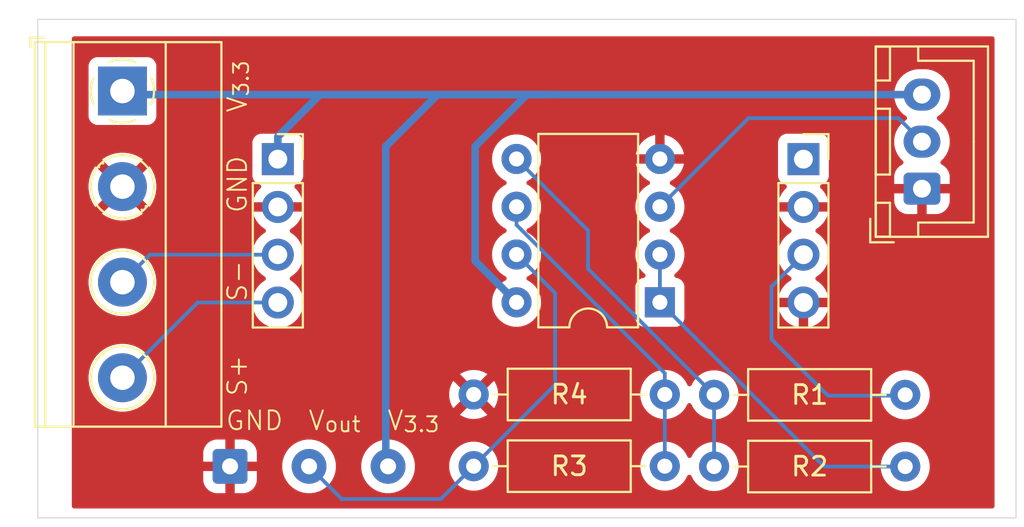
<source format=kicad_pcb>
(kicad_pcb (version 20241229) (generator "pcbnew") (generator_version "9.0")
  (layers (0 "F.Cu" signal) (2 "B.Cu" signal) (13 "F.Paste" user) (15 "B.Paste" user) (5 "F.SilkS" user "F.Silkscreen") (7 "B.SilkS" user "B.Silkscreen") (1 "F.Mask" user) (3 "B.Mask" user) (25 "Edge.Cuts" user))
  (net 0 "")
  (net 1 "/AD620 module/S_{+}")
  (net 2 "/AD620 module/S_{-}")
  (net 3 "V_{3.3}")
  (net 4 "GND")
  (net 5 "V_{out}")
  (net 6 "Net-(J3-Pin_2)")
  (net 7 "/AD620 module/V_{-}")
  (net 8 "/AD620 module/V_{out}")
  (net 9 "Net-(U1B-+)")
  (net 10 "Net-(U1A--)")
  (net 11 "Net-(U1B--)")
  (footprint "Resistor_THT:R_Axial_DIN0207_L6.3mm_D2.5mm_P10.16mm_Horizontal" (layer "F.Cu") (at 145.11 107.96 180)
    (property "Reference" "R1" (at 5.08 0 0) (layer "F.SilkS"))
    (property "Value" "51k")
    (fp_line (start 9.12 0) (end 8.35 0) (stroke (width 0.12)) (layer "F.SilkS"))
    (fp_line (start 8.35 1.37) (end 8.35 -1.37) (stroke (width 0.12)) (layer "F.SilkS"))
    (fp_line (start 8.35 -1.37) (end 1.81 -1.37) (stroke (width 0.12)) (layer "F.SilkS"))
    (fp_line (start 1.81 1.37) (end 8.35 1.37) (stroke (width 0.12)) (layer "F.SilkS"))
    (fp_line (start 1.81 -1.37) (end 1.81 1.37) (stroke (width 0.12)) (layer "F.SilkS"))
    (fp_line (start 1.04 0) (end 1.81 0) (stroke (width 0.12)) (layer "F.SilkS"))
    (pad "1" thru_hole circle (at 0 0 180) (size 1.6 1.6) (drill 0.8) (layers "*.Cu" "*.Mask") (net 8 "/AD620 module/V_{out}"))
    (pad "2" thru_hole oval (at 10.16 0 180) (size 1.6 1.6) (drill 0.8) (layers "*.Cu" "*.Mask") (net 9 "Net-(U1B-+)"))
  )
  (footprint "Connector_PinSocket_2.54mm:PinSocket_1x04_P2.54mm_Vertical" (layer "F.Cu") (at 111.76 95.43)
    (property "Reference" "J4" (hide yes))
    (property "Value" "Conn_01x04_Pin")
    (fp_line (start -1.33 1.27) (end -1.33 8.95) (stroke (width 0.12)) (layer "F.SilkS"))
    (fp_line (start -1.33 1.27) (end 1.33 1.27) (stroke (width 0.12)) (layer "F.SilkS"))
    (fp_line (start -1.33 8.95) (end 1.33 8.95) (stroke (width 0.12)) (layer "F.SilkS"))
    (fp_line (start 0 -1.33) (end 1.33 -1.33) (stroke (width 0.12)) (layer "F.SilkS"))
    (fp_line (start 1.33 -1.33) (end 1.33 0) (stroke (width 0.12)) (layer "F.SilkS"))
    (fp_line (start 1.33 1.27) (end 1.33 8.95) (stroke (width 0.12)) (layer "F.SilkS"))
    (pad "1" thru_hole rect (at 0 0) (size 1.7 1.7) (drill 1) (layers "*.Cu" "*.Mask") (net 3 "V_{3.3}"))
    (pad "2" thru_hole oval (at 0 2.54) (size 1.7 1.7) (drill 1) (layers "*.Cu" "*.Mask") (net 4 "GND"))
    (pad "3" thru_hole oval (at 0 5.08) (size 1.7 1.7) (drill 1) (layers "*.Cu" "*.Mask") (net 2 "/AD620 module/S_{-}"))
    (pad "4" thru_hole oval (at 0 7.62) (size 1.7 1.7) (drill 1) (layers "*.Cu" "*.Mask") (net 1 "/AD620 module/S_{+}"))
  )
  (footprint "Connector_PinSocket_2.54mm:PinSocket_1x04_P2.54mm_Vertical" (layer "F.Cu") (at 139.7 95.43)
    (property "Reference" "J5" (hide yes))
    (property "Value" "Conn_01x04_Pin")
    (fp_line (start -1.33 1.27) (end -1.33 8.95) (stroke (width 0.12)) (layer "F.SilkS"))
    (fp_line (start -1.33 1.27) (end 1.33 1.27) (stroke (width 0.12)) (layer "F.SilkS"))
    (fp_line (start -1.33 8.95) (end 1.33 8.95) (stroke (width 0.12)) (layer "F.SilkS"))
    (fp_line (start 0 -1.33) (end 1.33 -1.33) (stroke (width 0.12)) (layer "F.SilkS"))
    (fp_line (start 1.33 -1.33) (end 1.33 0) (stroke (width 0.12)) (layer "F.SilkS"))
    (fp_line (start 1.33 1.27) (end 1.33 8.95) (stroke (width 0.12)) (layer "F.SilkS"))
    (pad "1" thru_hole rect (at 0 0) (size 1.7 1.7) (drill 1) (layers "*.Cu" "*.Mask") (net 7 "/AD620 module/V_{-}"))
    (pad "2" thru_hole oval (at 0 2.54) (size 1.7 1.7) (drill 1) (layers "*.Cu" "*.Mask") (net 4 "GND"))
    (pad "3" thru_hole oval (at 0 5.08) (size 1.7 1.7) (drill 1) (layers "*.Cu" "*.Mask") (net 8 "/AD620 module/V_{out}"))
    (pad "4" thru_hole oval (at 0 7.62) (size 1.7 1.7) (drill 1) (layers "*.Cu" "*.Mask") (net 4 "GND"))
  )
  (footprint "Resistor_THT:R_Axial_DIN0207_L6.3mm_D2.5mm_P10.16mm_Horizontal" (layer "F.Cu") (at 132.33 111.75 180)
    (property "Reference" "R3" (at 5.08 0 0) (layer "F.SilkS"))
    (property "Value" "51k")
    (fp_line (start 9.12 0) (end 8.35 0) (stroke (width 0.12)) (layer "F.SilkS"))
    (fp_line (start 8.35 1.37) (end 8.35 -1.37) (stroke (width 0.12)) (layer "F.SilkS"))
    (fp_line (start 8.35 -1.37) (end 1.81 -1.37) (stroke (width 0.12)) (layer "F.SilkS"))
    (fp_line (start 1.81 1.37) (end 8.35 1.37) (stroke (width 0.12)) (layer "F.SilkS"))
    (fp_line (start 1.81 -1.37) (end 1.81 1.37) (stroke (width 0.12)) (layer "F.SilkS"))
    (fp_line (start 1.04 0) (end 1.81 0) (stroke (width 0.12)) (layer "F.SilkS"))
    (pad "1" thru_hole circle (at 0 0 180) (size 1.6 1.6) (drill 0.8) (layers "*.Cu" "*.Mask") (net 11 "Net-(U1B--)"))
    (pad "2" thru_hole oval (at 10.16 0 180) (size 1.6 1.6) (drill 0.8) (layers "*.Cu" "*.Mask") (net 5 "V_{out}"))
  )
  (footprint "Connector_Wire:SolderWire-0.25sqmm_1x03_P4.2mm_D0.65mm_OD1.7mm" (layer "F.Cu") (at 109.22 111.76)
    (property "Reference" "J2" (hide yes))
    (property "Value" "Conn_01x03_Pin")
    (pad "1" thru_hole roundrect (at 0 0) (size 1.85 1.85) (drill 0.85) (layers "*.Cu" "*.Mask") (roundrect_rratio 0.135135) (net 4 "GND"))
    (pad "2" thru_hole circle (at 4.2 0) (size 1.85 1.85) (drill 0.85) (layers "*.Cu" "*.Mask") (net 5 "V_{out}"))
    (pad "3" thru_hole circle (at 8.4 0) (size 1.85 1.85) (drill 0.85) (layers "*.Cu" "*.Mask") (net 3 "V_{3.3}"))
  )
  (footprint "Resistor_THT:R_Axial_DIN0207_L6.3mm_D2.5mm_P10.16mm_Horizontal" (layer "F.Cu") (at 134.95 111.77)
    (property "Reference" "R2" (at 5.08 0 0) (layer "F.SilkS"))
    (property "Value" "51k")
    (fp_line (start 1.04 0) (end 1.81 0) (stroke (width 0.12)) (layer "F.SilkS"))
    (fp_line (start 1.81 -1.37) (end 1.81 1.37) (stroke (width 0.12)) (layer "F.SilkS"))
    (fp_line (start 1.81 1.37) (end 8.35 1.37) (stroke (width 0.12)) (layer "F.SilkS"))
    (fp_line (start 8.35 -1.37) (end 1.81 -1.37) (stroke (width 0.12)) (layer "F.SilkS"))
    (fp_line (start 8.35 1.37) (end 8.35 -1.37) (stroke (width 0.12)) (layer "F.SilkS"))
    (fp_line (start 9.12 0) (end 8.35 0) (stroke (width 0.12)) (layer "F.SilkS"))
    (pad "1" thru_hole circle (at 0 0) (size 1.6 1.6) (drill 0.8) (layers "*.Cu" "*.Mask") (net 9 "Net-(U1B-+)"))
    (pad "2" thru_hole oval (at 10.16 0) (size 1.6 1.6) (drill 0.8) (layers "*.Cu" "*.Mask") (net 10 "Net-(U1A--)"))
  )
  (footprint "Package_DIP:DIP-8_W7.62mm" (layer "F.Cu") (at 132.07 103.04 180)
    (property "Reference" "U1" (hide yes))
    (property "Value" "TLV272IP")
    (fp_line (start 6.46 8.95) (end 6.46 -1.33) (stroke (width 0.12)) (layer "F.SilkS"))
    (fp_line (start 6.46 -1.33) (end 4.81 -1.33) (stroke (width 0.12)) (layer "F.SilkS"))
    (fp_line (start 2.81 -1.33) (end 1.16 -1.33) (stroke (width 0.12)) (layer "F.SilkS"))
    (fp_line (start 1.16 8.95) (end 6.46 8.95) (stroke (width 0.12)) (layer "F.SilkS"))
    (fp_line (start 1.16 -1.33) (end 1.16 8.95) (stroke (width 0.12)) (layer "F.SilkS"))
    (fp_arc (start 4.81 -1.33) (mid 3.81 -0.33) (end 2.81 -1.33) (stroke (width 0.12)) (layer "F.SilkS"))
    (pad "1" thru_hole rect (at 0 0 180) (size 1.6 1.6) (drill 0.8) (layers "*.Cu" "*.Mask") (net 10 "Net-(U1A--)"))
    (pad "2" thru_hole oval (at 0 2.54 180) (size 1.6 1.6) (drill 0.8) (layers "*.Cu" "*.Mask") (net 10 "Net-(U1A--)"))
    (pad "3" thru_hole oval (at 0 5.08 180) (size 1.6 1.6) (drill 0.8) (layers "*.Cu" "*.Mask") (net 6 "Net-(J3-Pin_2)"))
    (pad "4" thru_hole oval (at 0 7.62 180) (size 1.6 1.6) (drill 0.8) (layers "*.Cu" "*.Mask") (net 4 "GND"))
    (pad "5" thru_hole oval (at 7.62 7.62 180) (size 1.6 1.6) (drill 0.8) (layers "*.Cu" "*.Mask") (net 9 "Net-(U1B-+)"))
    (pad "6" thru_hole oval (at 7.62 5.08 180) (size 1.6 1.6) (drill 0.8) (layers "*.Cu" "*.Mask") (net 11 "Net-(U1B--)"))
    (pad "7" thru_hole oval (at 7.62 2.54 180) (size 1.6 1.6) (drill 0.8) (layers "*.Cu" "*.Mask") (net 5 "V_{out}"))
    (pad "8" thru_hole oval (at 7.62 0 180) (size 1.6 1.6) (drill 0.8) (layers "*.Cu" "*.Mask") (net 3 "V_{3.3}"))
  )
  (footprint "Resistor_THT:R_Axial_DIN0207_L6.3mm_D2.5mm_P10.16mm_Horizontal" (layer "F.Cu") (at 122.17 107.94)
    (property "Reference" "R4" (at 5.08 0 0) (layer "F.SilkS"))
    (property "Value" "51k")
    (fp_line (start 1.04 0) (end 1.81 0) (stroke (width 0.12)) (layer "F.SilkS"))
    (fp_line (start 1.81 -1.37) (end 1.81 1.37) (stroke (width 0.12)) (layer "F.SilkS"))
    (fp_line (start 1.81 1.37) (end 8.35 1.37) (stroke (width 0.12)) (layer "F.SilkS"))
    (fp_line (start 8.35 -1.37) (end 1.81 -1.37) (stroke (width 0.12)) (layer "F.SilkS"))
    (fp_line (start 8.35 1.37) (end 8.35 -1.37) (stroke (width 0.12)) (layer "F.SilkS"))
    (fp_line (start 9.12 0) (end 8.35 0) (stroke (width 0.12)) (layer "F.SilkS"))
    (pad "1" thru_hole circle (at 0 0) (size 1.6 1.6) (drill 0.8) (layers "*.Cu" "*.Mask") (net 4 "GND"))
    (pad "2" thru_hole oval (at 10.16 0) (size 1.6 1.6) (drill 0.8) (layers "*.Cu" "*.Mask") (net 11 "Net-(U1B--)"))
  )
  (footprint "TerminalBlock_Phoenix:TerminalBlock_Phoenix_MKDS-1,5-4-5.08_1x04_P5.08mm_Horizontal" (layer "F.Cu") (at 103.5 91.81 -90)
    (property "Reference" "J1" (hide yes))
    (property "Value" "Screw_Terminal_01x04")
    (fp_line (start -2.84 4.9) (end -2.34 4.9) (stroke (width 0.12)) (layer "F.SilkS"))
    (fp_line (start -2.6 4.66) (end 17.84 4.66) (stroke (width 0.12)) (layer "F.SilkS"))
    (fp_line (start -2.84 4.16) (end -2.84 4.9) (stroke (width 0.12)) (layer "F.SilkS"))
    (fp_line (start -2.6 4.1) (end 17.84 4.1) (stroke (width 0.12)) (layer "F.SilkS"))
    (fp_line (start -2.6 2.6) (end 17.84 2.6) (stroke (width 0.12)) (layer "F.SilkS"))
    (fp_line (start 4.046 1.239) (end 4.011 1.274) (stroke (width 0.12)) (layer "F.SilkS"))
    (fp_line (start 9.126 1.239) (end 9.091 1.274) (stroke (width 0.12)) (layer "F.SilkS"))
    (fp_line (start 14.206 1.239) (end 14.171 1.274) (stroke (width 0.12)) (layer "F.SilkS"))
    (fp_line (start 3.853 1.023) (end 3.806 1.069) (stroke (width 0.12)) (layer "F.SilkS"))
    (fp_line (start 8.933 1.023) (end 8.886 1.069) (stroke (width 0.12)) (layer "F.SilkS"))
    (fp_line (start 14.013 1.023) (end 13.966 1.069) (stroke (width 0.12)) (layer "F.SilkS"))
    (fp_line (start 6.355 -1.069) (end 6.308 -1.023) (stroke (width 0.12)) (layer "F.SilkS"))
    (fp_line (start 11.435 -1.069) (end 11.388 -1.023) (stroke (width 0.12)) (layer "F.SilkS"))
    (fp_line (start 16.515 -1.069) (end 16.468 -1.023) (stroke (width 0.12)) (layer "F.SilkS"))
    (fp_line (start 6.15 -1.275) (end 6.115 -1.239) (stroke (width 0.12)) (layer "F.SilkS"))
    (fp_line (start 11.23 -1.275) (end 11.195 -1.239) (stroke (width 0.12)) (layer "F.SilkS"))
    (fp_line (start 16.31 -1.275) (end 16.275 -1.239) (stroke (width 0.12)) (layer "F.SilkS"))
    (fp_line (start -2.6 -2.301) (end 17.84 -2.301) (stroke (width 0.12)) (layer "F.SilkS"))
    (fp_line (start -2.6 -5.261) (end -2.6 4.66) (stroke (width 0.12)) (layer "F.SilkS"))
    (fp_line (start -2.6 -5.261) (end 17.84 -5.261) (stroke (width 0.12)) (layer "F.SilkS"))
    (fp_line (start 17.84 -5.261) (end 17.84 4.66) (stroke (width 0.12)) (layer "F.SilkS"))
    (fp_arc (start 0.028805 1.680253) (mid -0.335551 1.646659) (end -0.684 1.535) (stroke (width 0.12)) (layer "F.SilkS"))
    (fp_arc (start 0.683318 1.534756) (mid 0.349292 1.643288) (end 0 1.68) (stroke (width 0.12)) (layer "F.SilkS"))
    (fp_arc (start -1.535427 0.683042) (mid -1.680501 -0.000524) (end -1.535 -0.684) (stroke (width 0.12)) (layer "F.SilkS"))
    (fp_arc (start 1.535427 -0.683042) (mid 1.680501 0.000524) (end 1.535 0.684) (stroke (width 0.12)) (layer "F.SilkS"))
    (fp_arc (start -0.683042 -1.535427) (mid 0.000524 -1.680501) (end 0.684 -1.535) (stroke (width 0.12)) (layer "F.SilkS"))
    (fp_circle (center 5.08 0) (end 6.76 0) (stroke (width 0.12)) (fill no) (layer "F.SilkS"))
    (fp_circle (center 10.16 0) (end 11.84 0) (stroke (width 0.12)) (fill no) (layer "F.SilkS"))
    (fp_circle (center 15.24 0) (end 16.92 0) (stroke (width 0.12)) (fill no) (layer "F.SilkS"))
    (pad "1" thru_hole rect (at 0 0 270) (size 2.6 2.6) (drill 1.3) (layers "*.Cu" "*.Mask") (net 3 "V_{3.3}"))
    (pad "2" thru_hole circle (at 5.08 0 270) (size 2.6 2.6) (drill 1.3) (layers "*.Cu" "*.Mask") (net 4 "GND"))
    (pad "3" thru_hole circle (at 10.16 0 270) (size 2.6 2.6) (drill 1.3) (layers "*.Cu" "*.Mask") (net 2 "/AD620 module/S_{-}"))
    (pad "4" thru_hole circle (at 15.24 0 270) (size 2.6 2.6) (drill 1.3) (layers "*.Cu" "*.Mask") (net 1 "/AD620 module/S_{+}"))
  )
  (footprint "Connector_JST:JST_XH_B3B-XH-A_1x03_P2.50mm_Vertical" (layer "F.Cu") (at 146 97 90)
    (property "Reference" "J3" (hide yes))
    (property "Value" "Conn_01x03_Socket")
    (fp_line (start -1.6 -2.75) (end -2.85 -2.75) (stroke (width 0.12)) (layer "F.SilkS"))
    (fp_line (start -2.85 -2.75) (end -2.85 -1.5) (stroke (width 0.12)) (layer "F.SilkS"))
    (fp_line (start 7.56 -2.46) (end -2.56 -2.46) (stroke (width 0.12)) (layer "F.SilkS"))
    (fp_line (start -2.56 -2.46) (end -2.56 3.51) (stroke (width 0.12)) (layer "F.SilkS"))
    (fp_line (start 7.55 -2.45) (end 5.75 -2.45) (stroke (width 0.12)) (layer "F.SilkS"))
    (fp_line (start 5.75 -2.45) (end 5.75 -1.7) (stroke (width 0.12)) (layer "F.SilkS"))
    (fp_line (start 4.25 -2.45) (end 0.75 -2.45) (stroke (width 0.12)) (layer "F.SilkS"))
    (fp_line (start 0.75 -2.45) (end 0.75 -1.7) (stroke (width 0.12)) (layer "F.SilkS"))
    (fp_line (start -0.75 -2.45) (end -2.55 -2.45) (stroke (width 0.12)) (layer "F.SilkS"))
    (fp_line (start -2.55 -2.45) (end -2.55 -1.7) (stroke (width 0.12)) (layer "F.SilkS"))
    (fp_line (start 7.55 -1.7) (end 7.55 -2.45) (stroke (width 0.12)) (layer "F.SilkS"))
    (fp_line (start 5.75 -1.7) (end 7.55 -1.7) (stroke (width 0.12)) (layer "F.SilkS"))
    (fp_line (start 4.25 -1.7) (end 4.25 -2.45) (stroke (width 0.12)) (layer "F.SilkS"))
    (fp_line (start 0.75 -1.7) (end 4.25 -1.7) (stroke (width 0.12)) (layer "F.SilkS"))
    (fp_line (start -0.75 -1.7) (end -0.75 -2.45) (stroke (width 0.12)) (layer "F.SilkS"))
    (fp_line (start -2.55 -1.7) (end -0.75 -1.7) (stroke (width 0.12)) (layer "F.SilkS"))
    (fp_line (start 7.55 -0.2) (end 6.8 -0.2) (stroke (width 0.12)) (layer "F.SilkS"))
    (fp_line (start 6.8 -0.2) (end 6.8 2.75) (stroke (width 0.12)) (layer "F.SilkS"))
    (fp_line (start -1.8 -0.2) (end -1.8 2.75) (stroke (width 0.12)) (layer "F.SilkS"))
    (fp_line (start -2.55 -0.2) (end -1.8 -0.2) (stroke (width 0.12)) (layer "F.SilkS"))
    (fp_line (start 6.8 2.75) (end 2.5 2.75) (stroke (width 0.12)) (layer "F.SilkS"))
    (fp_line (start -1.8 2.75) (end 2.5 2.75) (stroke (width 0.12)) (layer "F.SilkS"))
    (fp_line (start 7.56 3.51) (end 7.56 -2.46) (stroke (width 0.12)) (layer "F.SilkS"))
    (fp_line (start -2.56 3.51) (end 7.56 3.51) (stroke (width 0.12)) (layer "F.SilkS"))
    (pad "1" thru_hole roundrect (at 0 0 90) (size 1.7 1.95) (drill 0.95) (layers "*.Cu" "*.Mask") (roundrect_rratio 0.147059) (net 4 "GND"))
    (pad "2" thru_hole oval (at 2.5 0 90) (size 1.7 1.95) (drill 0.95) (layers "*.Cu" "*.Mask") (net 6 "Net-(J3-Pin_2)"))
    (pad "3" thru_hole oval (at 5 0 90) (size 1.7 1.95) (drill 0.95) (layers "*.Cu" "*.Mask") (net 3 "V_{3.3}"))
  )
  (gr_rect (start 99 88) (end 151 114.5) (stroke (width 0.05)) (fill no) (layer "Edge.Cuts"))
  (gr_text "S-" (at 110.1975 103.068243 90) (layer "F.SilkS") (effects (font (size 1 1) (thickness 0.1)) (justify left bottom)))
  (gr_text "V_{3.3}" (at 110.1975 93.011478 90) (layer "F.SilkS") (effects (font (size 1 1) (thickness 0.1)) (justify left bottom)))
  (gr_text "GND" (at 110.1975 98.358467 90) (layer "F.SilkS") (effects (font (size 1 1) (thickness 0.1)) (justify left bottom)))
  (gr_text "S+" (at 110.1975 108.098506 90) (layer "F.SilkS") (effects (font (size 1 1) (thickness 0.1)) (justify left bottom)))
  (gr_text "V_{out}" (at 113.325094 109.914282 0) (layer "F.SilkS") (effects (font (size 1 1) (thickness 0.1)) (justify left bottom)))
  (gr_text "GND" (at 108.931348 109.914282 0) (layer "F.SilkS") (effects (font (size 1 1) (thickness 0.1)) (justify left bottom)))
  (gr_text "V_{3.3}" (at 117.519123 109.914282 0) (layer "F.SilkS") (effects (font (size 1 1) (thickness 0.1)) (justify left bottom)))
  (segment (start 103.5 107.05) (end 107.5 103.05) (width 0.2) (layer "B.Cu") (net 1))
  (segment (start 107.5 103.05) (end 111.76 103.05) (width 0.2) (layer "B.Cu") (net 1))
  (segment (start 103.5 101.97) (end 104.96 100.51) (width 0.2) (layer "B.Cu") (net 2))
  (segment (start 104.96 100.51) (end 111.76 100.51) (width 0.2) (layer "B.Cu") (net 2))
  (segment (start 114 92) (end 111.76 94.24) (width 0.4) (layer "B.Cu") (net 3))
  (segment (start 126.171529 92) (end 120.25 92) (width 0.4) (layer "B.Cu") (net 3))
  (segment (start 126.171529 92) (end 114 92) (width 0.4) (layer "B.Cu") (net 3))
  (segment (start 111.76 94.24) (end 111.76 95.43) (width 0.4) (layer "B.Cu") (net 3))
  (segment (start 122.25 100.84) (end 124.45 103.04) (width 0.4) (layer "B.Cu") (net 3))
  (segment (start 126.171529 92) (end 103.69 92) (width 0.4) (layer "B.Cu") (net 3))
  (segment (start 126.171529 92) (end 125 92) (width 0.4) (layer "B.Cu") (net 3))
  (segment (start 146 92) (end 126.5 92) (width 0.4) (layer "B.Cu") (net 3))
  (segment (start 125 92) (end 122.25 94.75) (width 0.4) (layer "B.Cu") (net 3))
  (segment (start 103.69 92) (end 103.5 91.81) (width 0.4) (layer "B.Cu") (net 3))
  (segment (start 126.5 92) (end 126.171529 92) (width 0.4) (layer "B.Cu") (net 3))
  (segment (start 117.5 111.64) (end 117.62 111.76) (width 0.4) (layer "B.Cu") (net 3))
  (segment (start 120.25 92) (end 117.5 94.75) (width 0.4) (layer "B.Cu") (net 3))
  (segment (start 122.25 94.75) (end 122.25 100.84) (width 0.4) (layer "B.Cu") (net 3))
  (segment (start 117.5 94.75) (end 117.5 111.64) (width 0.4) (layer "B.Cu") (net 3))
  (segment (start 122.17 111.75) (end 126.5 107.42) (width 0.2) (layer "B.Cu") (net 5))
  (segment (start 126.5 107.42) (end 126.5 102.55) (width 0.2) (layer "B.Cu") (net 5))
  (segment (start 120.42 113.5) (end 122.17 111.75) (width 0.2) (layer "B.Cu") (net 5))
  (segment (start 113.42 111.76) (end 115.16 113.5) (width 0.2) (layer "B.Cu") (net 5))
  (segment (start 126.5 102.55) (end 124.45 100.5) (width 0.2) (layer "B.Cu") (net 5))
  (segment (start 115.16 113.5) (end 120.42 113.5) (width 0.2) (layer "B.Cu") (net 5))
  (segment (start 144.75 93.25) (end 136.78 93.25) (width 0.2) (layer "B.Cu") (net 6))
  (segment (start 136.78 93.25) (end 132.07 97.96) (width 0.2) (layer "B.Cu") (net 6))
  (segment (start 146 94.5) (end 144.75 93.25) (width 0.2) (layer "B.Cu") (net 6))
  (segment (start 145.07 108) (end 141 108) (width 0.2) (layer "B.Cu") (net 8))
  (segment (start 141 108) (end 138 105) (width 0.2) (layer "B.Cu") (net 8))
  (segment (start 138 105) (end 138 102.21) (width 0.2) (layer "B.Cu") (net 8))
  (segment (start 138 102.21) (end 139.7 100.51) (width 0.2) (layer "B.Cu") (net 8))
  (segment (start 145.11 107.96) (end 145.07 108) (width 0.2) (layer "B.Cu") (net 8))
  (segment (start 128.25 99.22) (end 124.45 95.42) (width 0.2) (layer "B.Cu") (net 9))
  (segment (start 128.25 101.26) (end 128.25 99.22) (width 0.2) (layer "B.Cu") (net 9))
  (segment (start 134.95 107.96) (end 128.25 101.26) (width 0.2) (layer "B.Cu") (net 9))
  (segment (start 134.95 111.77) (end 134.95 107.96) (width 0.2) (layer "B.Cu") (net 9))
  (segment (start 132.07 103.04) (end 132.07 100.5) (width 0.2) (layer "B.Cu") (net 10))
  (segment (start 145.11 111.77) (end 140.8 111.77) (width 0.2) (layer "B.Cu") (net 10))
  (segment (start 140.8 111.77) (end 132.07 103.04) (width 0.2) (layer "B.Cu") (net 10))
  (segment (start 132.33 107.94) (end 132.33 106.80863) (width 0.2) (layer "B.Cu") (net 11))
  (segment (start 132.33 111.75) (end 132.33 107.94) (width 0.2) (layer "B.Cu") (net 11))
  (segment (start 132.33 106.80863) (end 124.45 98.92863) (width 0.2) (layer "B.Cu") (net 11))
  (segment (start 124.45 98.92863) (end 124.45 97.96) (width 0.2) (layer "B.Cu") (net 11))
  (zone (net 4) (net_name "GND") (layer "F.Cu") (connect_pads (clearance 0.5)) (min_thickness 0.25) (fill yes (thermal_gap 0.5) (thermal_bridge_width 0.5))
    (polygon (pts (xy 100.81 88.9) (xy 100.81 114.3) (xy 149.86 114.3) (xy 149.86 88.9)))
  )
)
</source>
